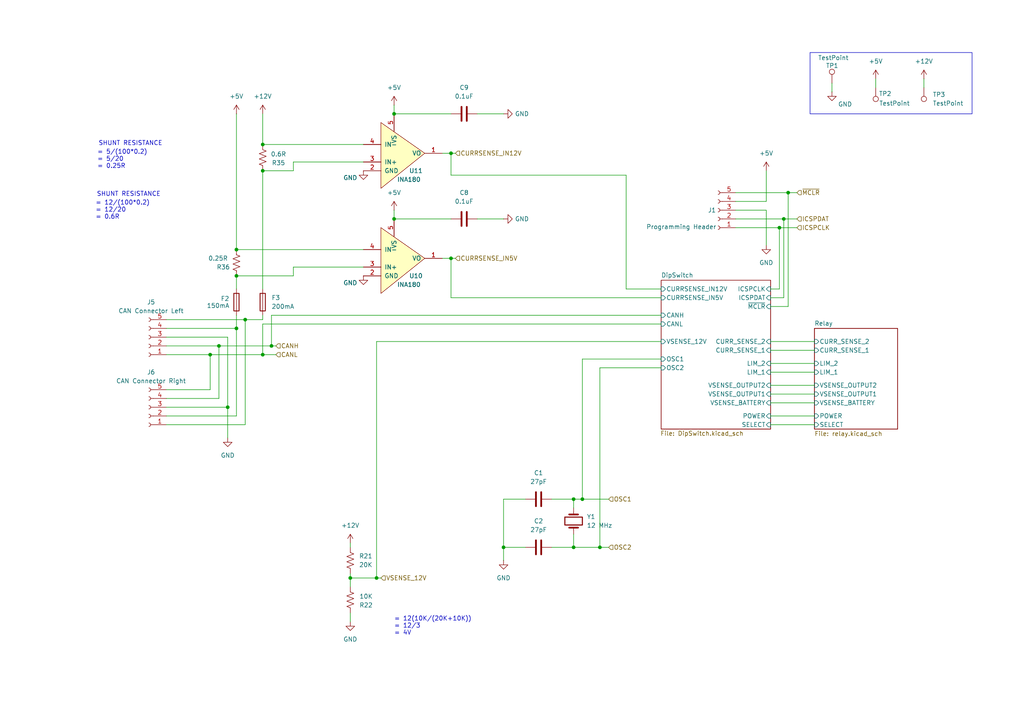
<source format=kicad_sch>
(kicad_sch (version 20231120) (generator "eeschema") (generator_version "8.0")
  (paper "A4")
  (title_block (title "Valve Ignition Relay Board") (date "2025-01-31") (rev "v1") (company "Waterloo Rocketry"))
  (lib_symbols
    (symbol "Connector:Conn_01x05_Socket" (pin_names (offset 1.016) hide)
      (property "Reference" "J" (at 0 7.62 0))
      (property "Value" "Conn_01x05_Socket" (at 0 -7.62 0))
      (symbol "Conn_01x05_Socket_1_1"
        (arc (start 0 -4.572) (mid -0.5058 -5.08) (end 0 -5.588) (stroke (width 0.1524)))
        (arc (start 0 -2.032) (mid -0.5058 -2.54) (end 0 -3.048) (stroke (width 0.1524)))
        (polyline (pts (xy -1.27 -5.08) (xy -0.508 -5.08)) (stroke (width 0.1524)))
        (polyline (pts (xy -1.27 -2.54) (xy -0.508 -2.54)) (stroke (width 0.1524)))
        (polyline (pts (xy -1.27 0) (xy -0.508 0)) (stroke (width 0.1524)))
        (polyline (pts (xy -1.27 2.54) (xy -0.508 2.54)) (stroke (width 0.1524)))
        (polyline (pts (xy -1.27 5.08) (xy -0.508 5.08)) (stroke (width 0.1524)))
        (arc (start 0 0.508) (mid -0.5058 0) (end 0 -0.508) (stroke (width 0.1524)))
        (arc (start 0 3.048) (mid -0.5058 2.54) (end 0 2.032) (stroke (width 0.1524)))
        (arc (start 0 5.588) (mid -0.5058 5.08) (end 0 4.572) (stroke (width 0.1524)))
        (pin passive line (at -5.08 5.08 0) (length 3.81) (name "Pin_1") (number "1"))
        (pin passive line (at -5.08 2.54 0) (length 3.81) (name "Pin_2") (number "2"))
        (pin passive line (at -5.08 0 0) (length 3.81) (name "Pin_3") (number "3"))
        (pin passive line (at -5.08 -2.54 0) (length 3.81) (name "Pin_4") (number "4"))
        (pin passive line (at -5.08 -5.08 0) (length 3.81) (name "Pin_5") (number "5"))
      )
    )
    (symbol "Connector:TestPoint" (pin_numbers hide) (pin_names (offset 0.762) hide)
      (property "Reference" "TP" (at 0 6.858 0))
      (property "Value" "TestPoint" (at 0 5.08 0))
      (symbol "TestPoint_0_1"
        (circle (center 0 3.302) (radius 0.762))
      )
      (symbol "TestPoint_1_1"
        (pin passive line (at 0 0 90) (length 2.54) (name "1") (number "1"))
      )
    )
    (symbol "Device:C" (pin_numbers hide) (pin_names (offset 0.254))
      (property "Reference" "C" (at 0.635 2.54 0))
      (property "Value" "C" (at 0.635 -2.54 0))
      (symbol "C_0_1"
        (polyline (pts (xy -2.032 -0.762) (xy 2.032 -0.762)) (stroke (width 0.508)))
        (polyline (pts (xy -2.032 0.762) (xy 2.032 0.762)) (stroke (width 0.508)))
      )
      (symbol "C_1_1"
        (pin passive line (at 0 3.81 270) (length 2.794) (name "~") (number "1"))
        (pin passive line (at 0 -3.81 90) (length 2.794) (name "~") (number "2"))
      )
    )
    (symbol "Device:Crystal" (pin_numbers hide) (pin_names (offset 1.016) hide)
      (property "Reference" "Y" (at 0 3.81 0))
      (property "Value" "Crystal" (at 0 -3.81 0))
      (symbol "Crystal_0_1"
        (rectangle (start -1.143 2.54) (end 1.143 -2.54) (stroke (width 0.3048)))
        (polyline (pts (xy -2.54 0) (xy -1.905 0)))
        (polyline (pts (xy -1.905 -1.27) (xy -1.905 1.27)) (stroke (width 0.508)))
        (polyline (pts (xy 1.905 -1.27) (xy 1.905 1.27)) (stroke (width 0.508)))
        (polyline (pts (xy 2.54 0) (xy 1.905 0)))
      )
      (symbol "Crystal_1_1"
        (pin passive line (at -3.81 0 0) (length 1.27) (name "1") (number "1"))
        (pin passive line (at 3.81 0 180) (length 1.27) (name "2") (number "2"))
      )
    )
    (symbol "Device:Fuse" (pin_numbers hide) (pin_names (offset 0))
      (property "Reference" "F" (at 2.032 0 90))
      (property "Value" "Fuse" (at -1.905 0 90))
      (symbol "Fuse_0_1"
        (rectangle (start -0.762 -2.54) (end 0.762 2.54) (stroke (width 0.254)))
        (polyline (pts (xy 0 2.54) (xy 0 -2.54)))
      )
      (symbol "Fuse_1_1"
        (pin passive line (at 0 3.81 270) (length 1.27) (name "~") (number "1"))
        (pin passive line (at 0 -3.81 90) (length 1.27) (name "~") (number "2"))
      )
    )
    (symbol "Device:R_US" (pin_numbers hide) (pin_names (offset 0))
      (property "Reference" "R" (at 2.54 0 90))
      (property "Value" "R_US" (at -2.54 0 90))
      (symbol "R_US_0_1"
        (polyline (pts (xy 0 -2.286) (xy 0 -2.54)))
        (polyline (pts (xy 0 2.286) (xy 0 2.54)))
        (polyline (pts (xy 0 -0.762) (xy 1.016 -1.143) (xy 0 -1.524) (xy -1.016 -1.905) (xy 0 -2.286)))
        (polyline (pts (xy 0 0.762) (xy 1.016 0.381) (xy 0 0) (xy -1.016 -0.381) (xy 0 -0.762)))
        (polyline (pts (xy 0 2.286) (xy 1.016 1.905) (xy 0 1.524) (xy -1.016 1.143) (xy 0 0.762)))
      )
      (symbol "R_US_1_1"
        (pin passive line (at 0 3.81 270) (length 1.27) (name "~") (number "1"))
        (pin passive line (at 0 -3.81 90) (length 1.27) (name "~") (number "2"))
      )
    )
    (symbol "canhw:INA180" (pin_names (offset 1.016))
      (property "Reference" "U" (at -5.08 13.97 0))
      (property "Value" "INA180" (at -11.43 15.24 0))
      (symbol "INA180_0_1"
        (polyline (pts (xy 5.08 0) (xy -7.62 8.89)))
        (polyline (pts (xy -7.62 8.89) (xy -7.62 -10.16) (xy 5.08 0)) (fill (type background)))
      )
      (symbol "INA180_1_1"
        (pin output line (at 10.16 0 180) (length 5.08) (name "VO") (number "1"))
        (pin power_in line (at -12.7 -5.08 0) (length 5.08) (name "GND") (number "2"))
        (pin input line (at -12.7 -2.54 0) (length 5.08) (name "IN+") (number "3"))
        (pin input line (at -12.7 2.54 0) (length 5.08) (name "IN-") (number "4"))
        (pin power_in line (at -3.81 11.43 270) (length 5.08) (name "VS") (number "5"))
      )
    )
    (symbol "power:+12V" (power) (pin_numbers hide) (pin_names (offset 0) hide)
      (property "Value" "+12V" (at 0 3.556 0))
      (symbol "+12V_0_1"
        (polyline (pts (xy -0.762 1.27) (xy 0 2.54)))
        (polyline (pts (xy 0 0) (xy 0 2.54)))
        (polyline (pts (xy 0 2.54) (xy 0.762 1.27)))
      )
      (symbol "+12V_1_1"
        (pin power_in line (at 0 0 90) (length 0) (name "~") (number "1"))
      )
    )
    (symbol "power:+5V" (power) (pin_numbers hide) (pin_names (offset 0) hide)
      (property "Value" "+5V" (at 0 3.556 0))
      (symbol "+5V_0_1"
        (polyline (pts (xy -0.762 1.27) (xy 0 2.54)))
        (polyline (pts (xy 0 0) (xy 0 2.54)))
        (polyline (pts (xy 0 2.54) (xy 0.762 1.27)))
      )
      (symbol "+5V_1_1"
        (pin power_in line (at 0 0 90) (length 0) (name "~") (number "1"))
      )
    )
    (symbol "power:GND" (power) (pin_numbers hide) (pin_names (offset 0) hide)
      (property "Value" "GND" (at 0 -3.81 0))
      (symbol "GND_0_1"
        (polyline (pts (xy 0 0) (xy 0 -1.27) (xy 1.27 -1.27) (xy 0 -2.54) (xy -1.27 -1.27) (xy 0 -1.27)))
      )
      (symbol "GND_1_1"
        (pin power_in line (at 0 0 270) (length 0) (name "~") (number "1"))
      )
    )
  )
  (junction (at 228.6 55.88))
  (junction (at 166.37 158.75))
  (junction (at 101.6 167.64))
  (junction (at 168.91 144.78))
  (junction (at 76.2 41.91))
  (junction (at 166.37 144.78))
  (junction (at 76.2 102.87))
  (junction (at 71.12 92.71))
  (junction (at 109.22 167.64))
  (junction (at 114.3 33.02))
  (junction (at 68.58 80.01))
  (junction (at 146.05 158.75))
  (junction (at 68.58 95.25))
  (junction (at 63.5 100.33))
  (junction (at 68.58 72.39))
  (junction (at 66.04 118.11))
  (junction (at 226.06 66.04))
  (junction (at 114.3 63.5))
  (junction (at 60.96 102.87))
  (junction (at 227.33 63.5))
  (junction (at 76.2 49.53))
  (junction (at 173.99 158.75))
  (junction (at 130.81 44.45))
  (junction (at 78.74 100.33))
  (junction (at 130.81 74.93))
  (wire (pts (xy 48.26 120.65) (xy 68.58 120.65)))
  (wire (pts (xy 60.96 113.03) (xy 48.26 113.03)))
  (wire (pts (xy 48.26 102.87) (xy 60.96 102.87)))
  (wire (pts (xy 109.22 167.64) (xy 110.49 167.64)))
  (wire (pts (xy 213.36 66.04) (xy 226.06 66.04)))
  (wire (pts (xy 101.6 177.8) (xy 101.6 180.34)))
  (wire (pts (xy 130.81 86.36) (xy 191.77 86.36)))
  (wire (pts (xy 114.3 30.48) (xy 114.3 33.02)))
  (wire (pts (xy 226.06 83.82) (xy 226.06 66.04)))
  (wire (pts (xy 63.5 100.33) (xy 48.26 100.33)))
  (wire (pts (xy 76.2 41.91) (xy 105.41 41.91)))
  (wire (pts (xy 68.58 91.44) (xy 68.58 95.25)))
  (wire (pts (xy 76.2 92.71) (xy 71.12 92.71)))
  (wire (pts (xy 168.91 104.14) (xy 191.77 104.14)))
  (wire (pts (xy 63.5 100.33) (xy 78.74 100.33)))
  (wire (pts (xy 109.22 99.06) (xy 109.22 167.64)))
  (wire (pts (xy 85.09 46.99) (xy 85.09 49.53)))
  (wire (pts (xy 76.2 49.53) (xy 76.2 83.82)))
  (wire (pts (xy 160.02 144.78) (xy 166.37 144.78)))
  (wire (pts (xy 213.36 60.96) (xy 222.25 60.96)))
  (wire (pts (xy 166.37 144.78) (xy 168.91 144.78)))
  (wire (pts (xy 85.09 77.47) (xy 85.09 80.01)))
  (wire (pts (xy 146.05 144.78) (xy 146.05 158.75)))
  (wire (pts (xy 48.26 123.19) (xy 71.12 123.19)))
  (wire (pts (xy 114.3 63.5) (xy 130.81 63.5)))
  (wire (pts (xy 85.09 77.47) (xy 105.41 77.47)))
  (wire (pts (xy 138.43 33.02) (xy 146.05 33.02)))
  (wire (pts (xy 128.27 44.45) (xy 130.81 44.45)))
  (wire (pts (xy 48.26 92.71) (xy 71.12 92.71)))
  (wire (pts (xy 168.91 144.78) (xy 168.91 104.14)))
  (wire (pts (xy 223.52 111.76) (xy 236.22 111.76)))
  (wire (pts (xy 66.04 97.79) (xy 66.04 118.11)))
  (wire (pts (xy 76.2 33.02) (xy 76.2 41.91)))
  (wire (pts (xy 48.26 97.79) (xy 66.04 97.79)))
  (wire (pts (xy 213.36 58.42) (xy 222.25 58.42)))
  (wire (pts (xy 68.58 80.01) (xy 68.58 83.82)))
  (wire (pts (xy 68.58 95.25) (xy 48.26 95.25)))
  (wire (pts (xy 223.52 123.19) (xy 236.22 123.19)))
  (wire (pts (xy 160.02 158.75) (xy 166.37 158.75)))
  (wire (pts (xy 222.25 60.96) (xy 222.25 71.12)))
  (wire (pts (xy 168.91 144.78) (xy 176.53 144.78)))
  (wire (pts (xy 128.27 74.93) (xy 130.81 74.93)))
  (wire (pts (xy 114.3 33.02) (xy 130.81 33.02)))
  (wire (pts (xy 173.99 158.75) (xy 173.99 106.68)))
  (wire (pts (xy 228.6 88.9) (xy 228.6 55.88)))
  (wire (pts (xy 213.36 63.5) (xy 227.33 63.5)))
  (wire (pts (xy 181.61 83.82) (xy 191.77 83.82)))
  (wire (pts (xy 114.3 60.96) (xy 114.3 63.5)))
  (wire (pts (xy 223.52 116.84) (xy 236.22 116.84)))
  (wire (pts (xy 101.6 157.48) (xy 101.6 158.75)))
  (wire (pts (xy 60.96 102.87) (xy 60.96 113.03)))
  (wire (pts (xy 76.2 93.98) (xy 191.77 93.98)))
  (wire (pts (xy 254 25.4) (xy 254 22.86)))
  (wire (pts (xy 146.05 158.75) (xy 152.4 158.75)))
  (wire (pts (xy 228.6 55.88) (xy 231.14 55.88)))
  (wire (pts (xy 109.22 99.06) (xy 191.77 99.06)))
  (wire (pts (xy 66.04 118.11) (xy 66.04 127)))
  (wire (pts (xy 130.81 50.8) (xy 181.61 50.8)))
  (wire (pts (xy 166.37 158.75) (xy 166.37 154.94)))
  (wire (pts (xy 101.6 167.64) (xy 109.22 167.64)))
  (wire (pts (xy 146.05 158.75) (xy 146.05 162.56)))
  (wire (pts (xy 241.3 26.67) (xy 241.3 24.13)))
  (wire (pts (xy 85.09 46.99) (xy 105.41 46.99)))
  (wire (pts (xy 223.52 107.95) (xy 236.22 107.95)))
  (wire (pts (xy 71.12 92.71) (xy 71.12 123.19)))
  (wire (pts (xy 267.97 25.4) (xy 267.97 22.86)))
  (wire (pts (xy 60.96 102.87) (xy 76.2 102.87)))
  (wire (pts (xy 166.37 144.78) (xy 166.37 147.32)))
  (wire (pts (xy 101.6 166.37) (xy 101.6 167.64)))
  (wire (pts (xy 223.52 86.36) (xy 227.33 86.36)))
  (wire (pts (xy 213.36 55.88) (xy 228.6 55.88)))
  (wire (pts (xy 85.09 49.53) (xy 76.2 49.53)))
  (wire (pts (xy 223.52 99.06) (xy 236.22 99.06)))
  (wire (pts (xy 76.2 102.87) (xy 76.2 93.98)))
  (wire (pts (xy 130.81 74.93) (xy 130.81 86.36)))
  (wire (pts (xy 227.33 86.36) (xy 227.33 63.5)))
  (wire (pts (xy 68.58 120.65) (xy 68.58 95.25)))
  (wire (pts (xy 78.74 91.44) (xy 191.77 91.44)))
  (wire (pts (xy 138.43 63.5) (xy 146.05 63.5)))
  (wire (pts (xy 223.52 88.9) (xy 228.6 88.9)))
  (wire (pts (xy 78.74 100.33) (xy 80.01 100.33)))
  (wire (pts (xy 227.33 63.5) (xy 231.14 63.5)))
  (wire (pts (xy 130.81 74.93) (xy 132.08 74.93)))
  (wire (pts (xy 173.99 158.75) (xy 176.53 158.75)))
  (wire (pts (xy 223.52 83.82) (xy 226.06 83.82)))
  (wire (pts (xy 48.26 115.57) (xy 63.5 115.57)))
  (wire (pts (xy 101.6 167.64) (xy 101.6 170.18)))
  (wire (pts (xy 76.2 102.87) (xy 80.01 102.87)))
  (wire (pts (xy 85.09 80.01) (xy 68.58 80.01)))
  (wire (pts (xy 222.25 49.53) (xy 222.25 58.42)))
  (wire (pts (xy 68.58 33.02) (xy 68.58 72.39)))
  (wire (pts (xy 173.99 106.68) (xy 191.77 106.68)))
  (wire (pts (xy 130.81 44.45) (xy 130.81 50.8)))
  (wire (pts (xy 66.04 118.11) (xy 48.26 118.11)))
  (wire (pts (xy 223.52 114.3) (xy 236.22 114.3)))
  (wire (pts (xy 68.58 72.39) (xy 105.41 72.39)))
  (wire (pts (xy 152.4 144.78) (xy 146.05 144.78)))
  (wire (pts (xy 223.52 120.65) (xy 236.22 120.65)))
  (wire (pts (xy 223.52 105.41) (xy 236.22 105.41)))
  (wire (pts (xy 130.81 44.45) (xy 132.08 44.45)))
  (wire (pts (xy 226.06 66.04) (xy 231.14 66.04)))
  (wire (pts (xy 166.37 158.75) (xy 173.99 158.75)))
  (wire (pts (xy 63.5 115.57) (xy 63.5 100.33)))
  (wire (pts (xy 78.74 100.33) (xy 78.74 91.44)))
  (wire (pts (xy 181.61 50.8) (xy 181.61 83.82)))
  (wire (pts (xy 76.2 91.44) (xy 76.2 92.71)))
  (wire (pts (xy 223.52 101.6) (xy 236.22 101.6)))
  (rectangle (start 234.95 15.24) (end 281.94 33.02))
  (text "= 5/(100*0.2)\n= 5/20\n= 0.25R\n" (at 28.194 46.228 0) (effects (font (size 1.27 1.27)) (justify left)))
  (text "SHUNT RESISTANCE" (at 37.338 56.388 0) (effects (font (size 1.27 1.27))))
  (text "= 12/(100*0.2)\n= 12/20\n= 0.6R" (at 27.686 60.96 0) (effects (font (size 1.27 1.27)) (justify left)))
  (text "= 12(10K/(20K+10K))\n= 12/3\n= 4V" (at 114.3 181.61 0) (effects (font (size 1.27 1.27)) (justify left)))
  (text "SHUNT RESISTANCE" (at 37.846 41.656 0) (effects (font (size 1.27 1.27))))
  (hierarchical_label "CANH" (shape input) (at 80.01 100.33 0))
  (hierarchical_label "CANL" (shape input) (at 80.01 102.87 0))
  (hierarchical_label "OSC2" (shape input) (at 176.53 158.75 0))
  (hierarchical_label "CURRSENSE_IN12V" (shape input) (at 132.08 44.45 0))
  (hierarchical_label "VSENSE_12V" (shape input) (at 110.49 167.64 0))
  (hierarchical_label "CURRSENSE_IN5V" (shape input) (at 132.08 74.93 0))
  (hierarchical_label "~{MCLR}" (shape input) (at 231.14 55.88 0))
  (hierarchical_label "OSC1" (shape input) (at 176.53 144.78 0))
  (hierarchical_label "ICSPDAT" (shape input) (at 231.14 63.5 0))
  (hierarchical_label "ICSPCLK" (shape input) (at 231.14 66.04 0))
  (symbol (lib_id "power:+5V") (at 114.3 60.96 0) (unit 1)
    (property "Reference" "#PWR062" (effects (hide yes)))
    (property "Value" "+5V" (at 114.3 55.88 0))
    (property "Description" "Power symbol creates a global label with name \"+5V\"" (effects (hide yes)))
  )
  (symbol (lib_id "Device:Crystal") (at 166.37 151.13 90) (unit 1)
    (property "Reference" "Y1" (at 170.18 149.8599 90) (effects (justify right)))
    (property "Value" "12 MHz" (at 170.18 152.3999 90) (effects (justify right)))
    (property "Footprint" "Crystal:Crystal_HC49-4H_Vertical" (effects (hide yes)))
    (property "Description" "Two pin crystal" (effects (hide yes)))
  )
  (symbol (lib_id "Device:Fuse") (at 68.58 87.63 0) (unit 1)
    (property "Reference" "F2" (at 64.008 86.614 0) (effects (justify left)))
    (property "Value" "150mA" (at 59.944 88.646 0) (effects (justify left)))
    (property "Footprint" "Fuse:Fuse_1206_3216Metric_Pad1.42x1.75mm_HandSolder" (effects (hide yes)))
    (property "Description" "Fuse" (effects (hide yes)))
  )
  (symbol (lib_id "Device:C") (at 156.21 158.75 90) (unit 1)
    (property "Reference" "C2" (at 156.21 151.13 90))
    (property "Value" "27pF" (at 156.21 153.67 90))
    (property "Footprint" "Capacitor_SMD:C_0805_2012Metric_Pad1.18x1.45mm_HandSolder" (effects (hide yes)))
    (property "Description" "Unpolarized capacitor" (effects (hide yes)))
  )
  (symbol (lib_id "Device:R_US") (at 68.58 76.2 180) (unit 1)
    (property "Reference" "R36" (at 64.77 77.47 0))
    (property "Value" "0.25R" (at 63.246 74.93 0))
    (property "Footprint" "Resistor_SMD:R_0805_2012Metric_Pad1.20x1.40mm_HandSolder" (effects (hide yes)))
    (property "Description" "Resistor, US symbol" (effects (hide yes)))
  )
  (symbol (lib_id "canhw:INA180") (at 118.11 44.45 0) (unit 1)
    (property "Reference" "U11" (at 120.65 49.53 0))
    (property "Value" "INA180" (at 118.618 52.07 0))
    (property "Footprint" "Package_TO_SOT_SMD:SOT-23-5_HandSoldering" (effects (hide yes)))
  )
  (symbol (lib_id "Device:C") (at 134.62 63.5 90) (unit 1)
    (property "Reference" "C8" (at 134.62 55.88 90))
    (property "Value" "0.1uF" (at 134.62 58.42 90))
    (property "Footprint" "Capacitor_SMD:C_0805_2012Metric_Pad1.18x1.45mm_HandSolder" (effects (hide yes)))
    (property "Description" "Unpolarized capacitor" (effects (hide yes)))
  )
  (symbol (lib_id "power:+5V") (at 222.25 49.53 0) (unit 1)
    (property "Reference" "#PWR02" (effects (hide yes)))
    (property "Value" "+5V" (at 222.25 44.45 0))
    (property "Description" "Power symbol creates a global label with name \"+5V\"" (effects (hide yes)))
  )
  (symbol (lib_id "power:+12V") (at 101.6 157.48 0) (unit 1)
    (property "Reference" "#PWR049" (effects (hide yes)))
    (property "Value" "+12V" (at 101.6 152.4 0))
    (property "Description" "Power symbol creates a global label with name \"+12V\"" (effects (hide yes)))
  )
  (symbol (lib_id "power:+12V") (at 267.97 22.86 0) (unit 1)
    (property "Reference" "#PWR074" (effects (hide yes)))
    (property "Value" "+12V" (at 267.97 17.78 0))
    (property "Description" "Power symbol creates a global label with name \"+12V\"" (effects (hide yes)))
  )
  (symbol (lib_id "power:GND") (at 146.05 162.56 0) (unit 1)
    (property "Reference" "#PWR03" (effects (hide yes)))
    (property "Value" "GND" (at 146.05 167.64 0))
    (property "Description" "Power symbol creates a global label with name \"GND\" , ground" (effects (hide yes)))
  )
  (symbol (lib_id "Connector:Conn_01x05_Socket") (at 43.18 97.79 180) (unit 1)
    (property "Reference" "J5" (at 43.815 87.63 0))
    (property "Value" "CAN Connector Left" (at 43.815 90.17 0))
    (property "Footprint" "Connector_JST:JST_XH_S5B-XH-A-1_1x05_P2.50mm_Horizontal" (effects (hide yes)))
    (property "Description" "Generic connector, single row, 01x05, script generated" (effects (hide yes)))
  )
  (symbol (lib_id "Device:R_US") (at 101.6 173.99 180) (unit 1)
    (property "Reference" "R22" (at 106.172 175.514 0))
    (property "Value" "10K" (at 106.172 172.974 0))
    (property "Footprint" "Resistor_SMD:R_0805_2012Metric_Pad1.20x1.40mm_HandSolder" (effects (hide yes)))
    (property "Description" "Resistor, US symbol" (effects (hide yes)))
  )
  (symbol (lib_id "power:+5V") (at 68.58 33.02 0) (unit 1)
    (property "Reference" "#PWR047" (effects (hide yes)))
    (property "Value" "+5V" (at 68.58 27.94 0))
    (property "Description" "Power symbol creates a global label with name \"+5V\"" (effects (hide yes)))
  )
  (symbol (lib_id "Device:R_US") (at 76.2 45.72 180) (unit 1)
    (property "Reference" "R35" (at 80.772 47.244 0))
    (property "Value" "0.6R" (at 80.772 44.704 0))
    (property "Footprint" "Resistor_SMD:R_0805_2012Metric_Pad1.20x1.40mm_HandSolder" (effects (hide yes)))
    (property "Description" "Resistor, US symbol" (effects (hide yes)))
  )
  (symbol (lib_id "Connector:TestPoint") (at 254 25.4 180) (unit 1)
    (property "Reference" "TP2" (at 258.572 27.178 0) (effects (justify left)))
    (property "Value" "TestPoint" (at 263.906 29.972 0) (effects (justify left)))
    (property "Footprint" "TestPoint:TestPoint_Keystone_5000-5004_Miniature" (effects (hide yes)))
    (property "Description" "test point" (effects (hide yes)))
  )
  (symbol (lib_id "Device:C") (at 156.21 144.78 90) (unit 1)
    (property "Reference" "C1" (at 156.21 137.16 90))
    (property "Value" "27pF" (at 156.21 139.7 90))
    (property "Footprint" "Capacitor_SMD:C_0805_2012Metric_Pad1.18x1.45mm_HandSolder" (effects (hide yes)))
    (property "Description" "Unpolarized capacitor" (effects (hide yes)))
  )
  (symbol (lib_id "Connector:Conn_01x05_Socket") (at 43.18 118.11 180) (unit 1)
    (property "Reference" "J6" (at 43.815 107.95 0))
    (property "Value" "CAN Connector Right" (at 43.815 110.49 0))
    (property "Footprint" "Connector_JST:JST_XH_S5B-XH-A-1_1x05_P2.50mm_Horizontal" (effects (hide yes)))
    (property "Description" "Generic connector, single row, 01x05, script generated" (effects (hide yes)))
  )
  (symbol (lib_id "power:+5V") (at 114.3 30.48 0) (unit 1)
    (property "Reference" "#PWR065" (effects (hide yes)))
    (property "Value" "+5V" (at 114.3 25.4 0))
    (property "Description" "Power symbol creates a global label with name \"+5V\"" (effects (hide yes)))
  )
  (symbol (lib_id "Connector:Conn_01x05_Socket") (at 208.28 60.96 180) (unit 1)
    (property "Reference" "J1" (at 206.502 60.96 0))
    (property "Value" "Programming Header" (at 197.612 65.786 0))
    (property "Footprint" "Connector_JST:JST_XH_S5B-XH-A-1_1x05_P2.50mm_Horizontal" (effects (hide yes)))
    (property "Description" "Generic connector, single row, 01x05, script generated" (effects (hide yes)))
  )
  (symbol (lib_id "power:GND") (at 105.41 80.01 0) (unit 1)
    (property "Reference" "#PWR061" (effects (hide yes)))
    (property "Value" "GND" (at 101.6 82.042 0))
    (property "Description" "Power symbol creates a global label with name \"GND\" , ground" (effects (hide yes)))
  )
  (symbol (lib_id "Device:C") (at 134.62 33.02 90) (unit 1)
    (property "Reference" "C9" (at 134.62 25.4 90))
    (property "Value" "0.1uF" (at 134.62 27.94 90))
    (property "Footprint" "Capacitor_SMD:C_0805_2012Metric_Pad1.18x1.45mm_HandSolder" (effects (hide yes)))
    (property "Description" "Unpolarized capacitor" (effects (hide yes)))
  )
  (symbol (lib_id "Connector:TestPoint") (at 241.3 24.13 0) (unit 1)
    (property "Reference" "TP1" (at 239.522 19.05 0) (effects (justify left)))
    (property "Value" "TestPoint" (at 237.236 16.764 0) (effects (justify left)))
    (property "Footprint" "TestPoint:TestPoint_Keystone_5000-5004_Miniature" (effects (hide yes)))
    (property "Description" "test point" (effects (hide yes)))
  )
  (symbol (lib_id "Device:Fuse") (at 76.2 87.63 0) (unit 1)
    (property "Reference" "F3" (at 78.74 86.3599 0) (effects (justify left)))
    (property "Value" "200mA" (at 78.74 88.8999 0) (effects (justify left)))
    (property "Footprint" "Fuse:Fuse_1206_3216Metric_Pad1.42x1.75mm_HandSolder" (effects (hide yes)))
    (property "Description" "Fuse" (effects (hide yes)))
  )
  (symbol (lib_id "power:GND") (at 101.6 180.34 0) (unit 1)
    (property "Reference" "#PWR050" (effects (hide yes)))
    (property "Value" "GND" (at 101.6 185.42 0))
    (property "Description" "Power symbol creates a global label with name \"GND\" , ground" (effects (hide yes)))
  )
  (symbol (lib_id "power:+5V") (at 254 22.86 0) (unit 1)
    (property "Reference" "#PWR016" (effects (hide yes)))
    (property "Value" "+5V" (at 254 17.78 0))
    (property "Description" "Power symbol creates a global label with name \"+5V\"" (effects (hide yes)))
  )
  (symbol (lib_id "power:GND") (at 66.04 127 0) (unit 1)
    (property "Reference" "#PWR048" (effects (hide yes)))
    (property "Value" "GND" (at 66.04 132.08 0))
    (property "Description" "Power symbol creates a global label with name \"GND\" , ground" (effects (hide yes)))
  )
  (symbol (lib_id "power:GND") (at 146.05 63.5 90) (unit 1)
    (property "Reference" "#PWR063" (effects (hide yes)))
    (property "Value" "GND" (at 151.384 63.5 90))
    (property "Description" "Power symbol creates a global label with name \"GND\" , ground" (effects (hide yes)))
  )
  (symbol (lib_id "power:GND") (at 241.3 26.67 0) (unit 1)
    (property "Reference" "#PWR015" (effects (hide yes)))
    (property "Value" "GND" (at 245.11 30.226 0))
    (property "Description" "Power symbol creates a global label with name \"GND\" , ground" (effects (hide yes)))
  )
  (symbol (lib_id "Connector:TestPoint") (at 267.97 25.4 180) (unit 1)
    (property "Reference" "TP3" (at 270.51 27.4319 0) (effects (justify right)))
    (property "Value" "TestPoint" (at 270.51 29.9719 0) (effects (justify right)))
    (property "Footprint" "TestPoint:TestPoint_Keystone_5000-5004_Miniature" (effects (hide yes)))
    (property "Description" "test point" (effects (hide yes)))
  )
  (symbol (lib_id "canhw:INA180") (at 118.11 74.93 0) (unit 1)
    (property "Reference" "U10" (at 120.65 80.01 0))
    (property "Value" "INA180" (at 118.618 82.55 0))
    (property "Footprint" "Package_TO_SOT_SMD:SOT-23-5_HandSoldering" (effects (hide yes)))
  )
  (symbol (lib_id "power:+12V") (at 76.2 33.02 0) (unit 1)
    (property "Reference" "#PWR046" (effects (hide yes)))
    (property "Value" "+12V" (at 76.2 27.94 0))
    (property "Description" "Power symbol creates a global label with name \"+12V\"" (effects (hide yes)))
  )
  (symbol (lib_id "power:GND") (at 105.41 49.53 0) (unit 1)
    (property "Reference" "#PWR064" (effects (hide yes)))
    (property "Value" "GND" (at 101.6 51.562 0))
    (property "Description" "Power symbol creates a global label with name \"GND\" , ground" (effects (hide yes)))
  )
  (symbol (lib_id "power:GND") (at 222.25 71.12 0) (unit 1)
    (property "Reference" "#PWR01" (effects (hide yes)))
    (property "Value" "GND" (at 222.25 76.2 0))
    (property "Description" "Power symbol creates a global label with name \"GND\" , ground" (effects (hide yes)))
  )
  (symbol (lib_id "Device:R_US") (at 101.6 162.56 0) (unit 1)
    (property "Reference" "R21" (at 104.14 161.2899 0) (effects (justify left)))
    (property "Value" "20K" (at 104.14 163.8299 0) (effects (justify left)))
    (property "Footprint" "Resistor_SMD:R_0805_2012Metric_Pad1.20x1.40mm_HandSolder" (effects (hide yes)))
    (property "Description" "Resistor, US symbol" (effects (hide yes)))
  )
  (symbol (lib_id "power:GND") (at 146.05 33.02 90) (unit 1)
    (property "Reference" "#PWR066" (effects (hide yes)))
    (property "Value" "GND" (at 151.384 33.02 90))
    (property "Description" "Power symbol creates a global label with name \"GND\" , ground" (effects (hide yes)))
  )
  (sheet (at 191.77 81.28) (size 31.75 43.18) (stroke (width 0.1524))
    (property "Sheetname" "DipSwitch" (at 191.77 80.5684 0) (effects (justify left bottom)))
    (property "Sheetfile" "DipSwitch.kicad_sch" (at 191.516 124.968 0) (effects (justify left top)))
    (pin "OSC1" input (at 191.77 104.14 180))
    (pin "~{MCLR}" input (at 223.52 88.9 0))
    (pin "OSC2" input (at 191.77 106.68 180))
    (pin "VSENSE_12V" input (at 191.77 99.06 180))
    (pin "CANH" input (at 191.77 91.44 180))
    (pin "CANL" input (at 191.77 93.98 180))
    (pin "CURRSENSE_IN5V" input (at 191.77 86.36 180))
    (pin "CURRSENSE_IN12V" input (at 191.77 83.82 180))
    (pin "ICSPCLK" input (at 223.52 83.82 0))
    (pin "ICSPDAT" input (at 223.52 86.36 0))
    (pin "SELECT" input (at 223.52 123.19 0))
    (pin "VSENSE_OUTPUT1" input (at 223.52 114.3 0))
    (pin "POWER" input (at 223.52 120.65 0))
    (pin "VSENSE_BATTERY" input (at 223.52 116.84 0))
    (pin "VSENSE_OUTPUT2" input (at 223.52 111.76 0))
    (pin "CURR_SENSE_2" input (at 223.52 99.06 0))
    (pin "CURR_SENSE_1" input (at 223.52 101.6 0))
    (pin "LIM_1" input (at 223.52 107.95 0))
    (pin "LIM_2" input (at 223.52 105.41 0))
  )
  (sheet (at 236.22 95.25) (size 24.13 29.21) (stroke (width 0.1524))
    (property "Sheetname" "Relay" (at 236.22 94.5384 0) (effects (justify left bottom)))
    (property "Sheetfile" "relay.kicad_sch" (at 236.22 125.0446 0) (effects (justify left top)))
    (pin "CURR_SENSE_2" input (at 236.22 99.06 180))
    (pin "SELECT" input (at 236.22 123.19 180))
    (pin "POWER" input (at 236.22 120.65 180))
    (pin "VSENSE_BATTERY" input (at 236.22 116.84 180))
    (pin "CURR_SENSE_1" input (at 236.22 101.6 180))
    (pin "VSENSE_OUTPUT2" input (at 236.22 111.76 180))
    (pin "VSENSE_OUTPUT1" input (at 236.22 114.3 180))
    (pin "LIM_1" input (at 236.22 107.95 180))
    (pin "LIM_2" input (at 236.22 105.41 180))
  )
)
</source>
